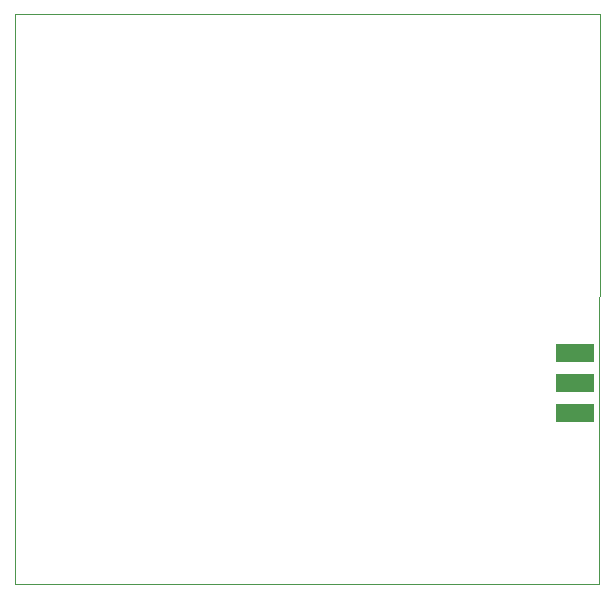
<source format=gbp>
G75*
G70*
%OFA0B0*%
%FSLAX24Y24*%
%IPPOS*%
%LPD*%
%AMOC8*
5,1,8,0,0,1.08239X$1,22.5*
%
%ADD10C,0.0000*%
%ADD11R,0.1300X0.0600*%
D10*
X003500Y012477D02*
X003500Y031473D01*
X023000Y031477D01*
X022992Y012477D01*
X003500Y012477D01*
D11*
X022181Y018156D03*
X022181Y019156D03*
X022181Y020156D03*
M02*

</source>
